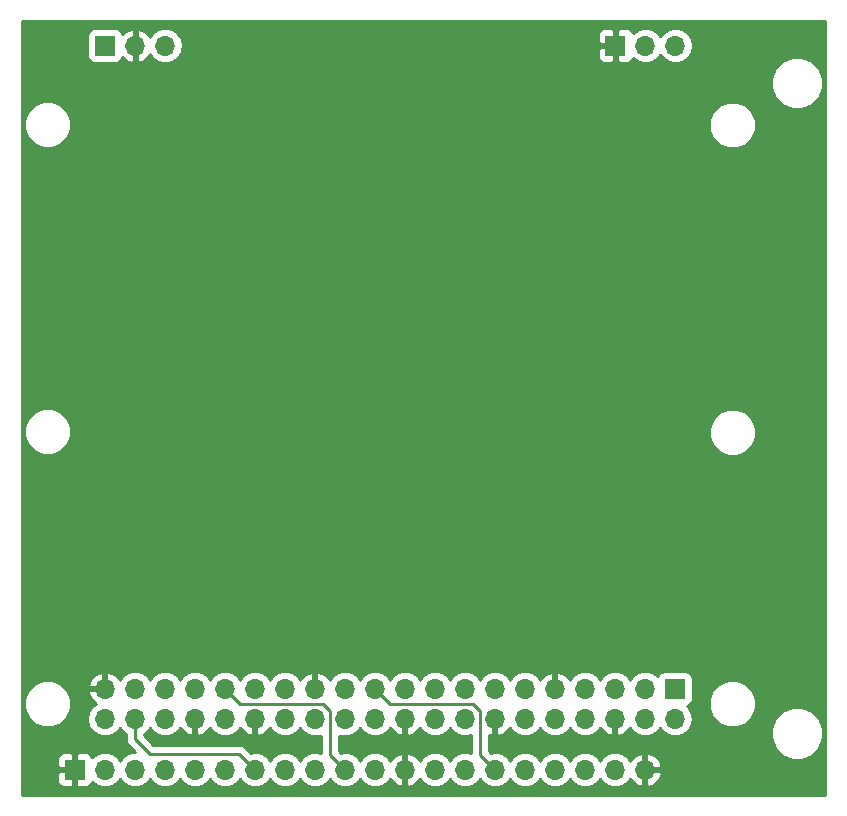
<source format=gtl>
G04 #@! TF.GenerationSoftware,KiCad,Pcbnew,(5.0.2)-1*
G04 #@! TF.CreationDate,2019-03-17T11:04:46+01:00*
G04 #@! TF.ProjectId,iC880A_Adapter_V1.1,69433838-3041-45f4-9164-61707465725f,rev?*
G04 #@! TF.SameCoordinates,Original*
G04 #@! TF.FileFunction,Copper,L1,Top*
G04 #@! TF.FilePolarity,Positive*
%FSLAX46Y46*%
G04 Gerber Fmt 4.6, Leading zero omitted, Abs format (unit mm)*
G04 Created by KiCad (PCBNEW (5.0.2)-1) date 17.03.2019 11:04:46*
%MOMM*%
%LPD*%
G01*
G04 APERTURE LIST*
G04 #@! TA.AperFunction,ComponentPad*
%ADD10R,1.700000X1.700000*%
G04 #@! TD*
G04 #@! TA.AperFunction,ComponentPad*
%ADD11O,1.700000X1.700000*%
G04 #@! TD*
G04 #@! TA.AperFunction,Conductor*
%ADD12C,0.250000*%
G04 #@! TD*
G04 #@! TA.AperFunction,Conductor*
%ADD13C,0.254000*%
G04 #@! TD*
G04 APERTURE END LIST*
D10*
G04 #@! TO.P,J1,1*
G04 #@! TO.N,N/C*
X132567920Y-184928680D03*
D11*
G04 #@! TO.P,J1,2*
G04 #@! TO.N,+5V*
X132567920Y-187468680D03*
G04 #@! TO.P,J1,3*
G04 #@! TO.N,N/C*
X130027920Y-184928680D03*
G04 #@! TO.P,J1,4*
G04 #@! TO.N,+5V*
X130027920Y-187468680D03*
G04 #@! TO.P,J1,5*
G04 #@! TO.N,N/C*
X127487920Y-184928680D03*
G04 #@! TO.P,J1,6*
G04 #@! TO.N,GND*
X127487920Y-187468680D03*
G04 #@! TO.P,J1,7*
G04 #@! TO.N,N/C*
X124947920Y-184928680D03*
G04 #@! TO.P,J1,8*
X124947920Y-187468680D03*
G04 #@! TO.P,J1,9*
G04 #@! TO.N,GND*
X122407920Y-184928680D03*
G04 #@! TO.P,J1,10*
G04 #@! TO.N,N/C*
X122407920Y-187468680D03*
G04 #@! TO.P,J1,11*
X119867920Y-184928680D03*
G04 #@! TO.P,J1,12*
X119867920Y-187468680D03*
G04 #@! TO.P,J1,13*
X117327920Y-184928680D03*
G04 #@! TO.P,J1,14*
G04 #@! TO.N,GND*
X117327920Y-187468680D03*
G04 #@! TO.P,J1,15*
G04 #@! TO.N,N/C*
X114787920Y-184928680D03*
G04 #@! TO.P,J1,16*
X114787920Y-187468680D03*
G04 #@! TO.P,J1,17*
X112247920Y-184928680D03*
G04 #@! TO.P,J1,18*
X112247920Y-187468680D03*
G04 #@! TO.P,J1,19*
G04 #@! TO.N,GPIO10_SPI0_MOSI*
X109707920Y-184928680D03*
G04 #@! TO.P,J1,20*
G04 #@! TO.N,GND*
X109707920Y-187468680D03*
G04 #@! TO.P,J1,21*
G04 #@! TO.N,GPIO9_SPI0_MISO*
X107167920Y-184928680D03*
G04 #@! TO.P,J1,22*
G04 #@! TO.N,GPIO25*
X107167920Y-187468680D03*
G04 #@! TO.P,J1,23*
G04 #@! TO.N,GPIO11_SPI0_SCLK*
X104627920Y-184928680D03*
G04 #@! TO.P,J1,24*
G04 #@! TO.N,GPIO8_SPI0_CS0*
X104627920Y-187468680D03*
G04 #@! TO.P,J1,25*
G04 #@! TO.N,GND*
X102087920Y-184928680D03*
G04 #@! TO.P,J1,26*
G04 #@! TO.N,N/C*
X102087920Y-187468680D03*
G04 #@! TO.P,J1,27*
X99547920Y-184928680D03*
G04 #@! TO.P,J1,28*
X99547920Y-187468680D03*
G04 #@! TO.P,J1,29*
G04 #@! TO.N,GPIO5*
X97007920Y-184928680D03*
G04 #@! TO.P,J1,30*
G04 #@! TO.N,GND*
X97007920Y-187468680D03*
G04 #@! TO.P,J1,31*
G04 #@! TO.N,GPIO6*
X94467920Y-184928680D03*
G04 #@! TO.P,J1,32*
G04 #@! TO.N,GPIO12*
X94467920Y-187468680D03*
G04 #@! TO.P,J1,33*
G04 #@! TO.N,N/C*
X91927920Y-184928680D03*
G04 #@! TO.P,J1,34*
G04 #@! TO.N,GND*
X91927920Y-187468680D03*
G04 #@! TO.P,J1,35*
G04 #@! TO.N,N/C*
X89387920Y-184928680D03*
G04 #@! TO.P,J1,36*
G04 #@! TO.N,GPIO16*
X89387920Y-187468680D03*
G04 #@! TO.P,J1,37*
G04 #@! TO.N,N/C*
X86847920Y-184928680D03*
G04 #@! TO.P,J1,38*
G04 #@! TO.N,GPIO20*
X86847920Y-187468680D03*
G04 #@! TO.P,J1,39*
G04 #@! TO.N,GND*
X84307920Y-184928680D03*
G04 #@! TO.P,J1,40*
G04 #@! TO.N,N/C*
X84307920Y-187468680D03*
G04 #@! TD*
G04 #@! TO.P,J2,20*
G04 #@! TO.N,GND*
X130027920Y-191786680D03*
G04 #@! TO.P,J2,19*
G04 #@! TO.N,N/C*
X127487920Y-191786680D03*
G04 #@! TO.P,J2,18*
X124947920Y-191786680D03*
G04 #@! TO.P,J2,17*
G04 #@! TO.N,GPIO8_SPI0_CS0*
X122407920Y-191786680D03*
G04 #@! TO.P,J2,16*
G04 #@! TO.N,GPIO10_SPI0_MOSI*
X119867920Y-191786680D03*
G04 #@! TO.P,J2,15*
G04 #@! TO.N,GPIO9_SPI0_MISO*
X117327920Y-191786680D03*
G04 #@! TO.P,J2,14*
G04 #@! TO.N,GPIO11_SPI0_SCLK*
X114787920Y-191786680D03*
G04 #@! TO.P,J2,13*
G04 #@! TO.N,GPIO25*
X112247920Y-191786680D03*
G04 #@! TO.P,J2,12*
G04 #@! TO.N,GND*
X109707920Y-191786680D03*
G04 #@! TO.P,J2,11*
G04 #@! TO.N,GPIO5*
X107167920Y-191786680D03*
G04 #@! TO.P,J2,10*
G04 #@! TO.N,GPIO6*
X104627920Y-191786680D03*
G04 #@! TO.P,J2,9*
G04 #@! TO.N,GPIO12*
X102087920Y-191786680D03*
G04 #@! TO.P,J2,8*
G04 #@! TO.N,GPIO16*
X99547920Y-191786680D03*
G04 #@! TO.P,J2,7*
G04 #@! TO.N,GPIO20*
X97007920Y-191786680D03*
G04 #@! TO.P,J2,6*
G04 #@! TO.N,N/C*
X94467920Y-191786680D03*
G04 #@! TO.P,J2,5*
X91927920Y-191786680D03*
G04 #@! TO.P,J2,4*
X89387920Y-191786680D03*
G04 #@! TO.P,J2,3*
X86847920Y-191786680D03*
G04 #@! TO.P,J2,2*
X84307920Y-191786680D03*
D10*
G04 #@! TO.P,J2,1*
G04 #@! TO.N,GND*
X81767920Y-191786680D03*
G04 #@! TD*
G04 #@! TO.P,J3,1*
G04 #@! TO.N,+5V*
X84320400Y-130463600D03*
D11*
G04 #@! TO.P,J3,2*
G04 #@! TO.N,GND*
X86860400Y-130463600D03*
G04 #@! TO.P,J3,3*
G04 #@! TO.N,N/C*
X89400400Y-130463600D03*
G04 #@! TD*
G04 #@! TO.P,J4,3*
G04 #@! TO.N,N/C*
X132614000Y-130461000D03*
G04 #@! TO.P,J4,2*
X130074000Y-130461000D03*
D10*
G04 #@! TO.P,J4,1*
G04 #@! TO.N,GND*
X127534000Y-130461000D03*
G04 #@! TD*
D12*
G04 #@! TO.N,GPIO6*
X95745680Y-186206440D02*
X94467920Y-184928680D01*
X102791280Y-186206440D02*
X95745680Y-186206440D01*
X103365320Y-186780480D02*
X102791280Y-186206440D01*
X104627920Y-191786680D02*
X103365320Y-190524080D01*
X103365320Y-190524080D02*
X103365320Y-186780480D01*
G04 #@! TO.N,GPIO20*
X86847920Y-189175920D02*
X88105000Y-190433000D01*
X86847920Y-187524920D02*
X86847920Y-189175920D01*
X88105000Y-190433000D02*
X95654240Y-190433000D01*
X95654240Y-190433000D02*
X97007920Y-191786680D01*
G04 #@! TO.N,GPIO9_SPI0_MISO*
X108466000Y-186206440D02*
X107188240Y-184928680D01*
X115511600Y-186206440D02*
X108466000Y-186206440D01*
X116085640Y-186780480D02*
X115511600Y-186206440D01*
X116085640Y-190524440D02*
X116085640Y-186780480D01*
X117347880Y-191786680D02*
X116085640Y-190524440D01*
G04 #@! TD*
D13*
G04 #@! TO.N,GND*
G36*
X145294920Y-193921680D02*
X77264920Y-193921680D01*
X77264920Y-192072430D01*
X80282920Y-192072430D01*
X80282920Y-192762989D01*
X80379593Y-192996378D01*
X80558221Y-193175007D01*
X80791610Y-193271680D01*
X81482170Y-193271680D01*
X81640920Y-193112930D01*
X81640920Y-191913680D01*
X80441670Y-191913680D01*
X80282920Y-192072430D01*
X77264920Y-192072430D01*
X77264920Y-190810371D01*
X80282920Y-190810371D01*
X80282920Y-191500930D01*
X80441670Y-191659680D01*
X81640920Y-191659680D01*
X81640920Y-190460430D01*
X81894920Y-190460430D01*
X81894920Y-191659680D01*
X81914920Y-191659680D01*
X81914920Y-191913680D01*
X81894920Y-191913680D01*
X81894920Y-193112930D01*
X82053670Y-193271680D01*
X82744230Y-193271680D01*
X82977619Y-193175007D01*
X83156247Y-192996378D01*
X83222824Y-192835647D01*
X83237295Y-192857305D01*
X83728502Y-193185519D01*
X84161664Y-193271680D01*
X84454176Y-193271680D01*
X84887338Y-193185519D01*
X85378545Y-192857305D01*
X85577920Y-192558919D01*
X85777295Y-192857305D01*
X86268502Y-193185519D01*
X86701664Y-193271680D01*
X86994176Y-193271680D01*
X87427338Y-193185519D01*
X87918545Y-192857305D01*
X88117920Y-192558919D01*
X88317295Y-192857305D01*
X88808502Y-193185519D01*
X89241664Y-193271680D01*
X89534176Y-193271680D01*
X89967338Y-193185519D01*
X90458545Y-192857305D01*
X90657920Y-192558919D01*
X90857295Y-192857305D01*
X91348502Y-193185519D01*
X91781664Y-193271680D01*
X92074176Y-193271680D01*
X92507338Y-193185519D01*
X92998545Y-192857305D01*
X93197920Y-192558919D01*
X93397295Y-192857305D01*
X93888502Y-193185519D01*
X94321664Y-193271680D01*
X94614176Y-193271680D01*
X95047338Y-193185519D01*
X95538545Y-192857305D01*
X95737920Y-192558919D01*
X95937295Y-192857305D01*
X96428502Y-193185519D01*
X96861664Y-193271680D01*
X97154176Y-193271680D01*
X97587338Y-193185519D01*
X98078545Y-192857305D01*
X98277920Y-192558919D01*
X98477295Y-192857305D01*
X98968502Y-193185519D01*
X99401664Y-193271680D01*
X99694176Y-193271680D01*
X100127338Y-193185519D01*
X100618545Y-192857305D01*
X100817920Y-192558919D01*
X101017295Y-192857305D01*
X101508502Y-193185519D01*
X101941664Y-193271680D01*
X102234176Y-193271680D01*
X102667338Y-193185519D01*
X103158545Y-192857305D01*
X103357920Y-192558919D01*
X103557295Y-192857305D01*
X104048502Y-193185519D01*
X104481664Y-193271680D01*
X104774176Y-193271680D01*
X105207338Y-193185519D01*
X105698545Y-192857305D01*
X105897920Y-192558919D01*
X106097295Y-192857305D01*
X106588502Y-193185519D01*
X107021664Y-193271680D01*
X107314176Y-193271680D01*
X107747338Y-193185519D01*
X108238545Y-192857305D01*
X108451763Y-192538202D01*
X108512737Y-192668038D01*
X108940996Y-193058325D01*
X109351030Y-193228156D01*
X109580920Y-193106835D01*
X109580920Y-191913680D01*
X109560920Y-191913680D01*
X109560920Y-191659680D01*
X109580920Y-191659680D01*
X109580920Y-190466525D01*
X109351030Y-190345204D01*
X108940996Y-190515035D01*
X108512737Y-190905322D01*
X108451763Y-191035158D01*
X108238545Y-190716055D01*
X107747338Y-190387841D01*
X107314176Y-190301680D01*
X107021664Y-190301680D01*
X106588502Y-190387841D01*
X106097295Y-190716055D01*
X105897920Y-191014441D01*
X105698545Y-190716055D01*
X105207338Y-190387841D01*
X104774176Y-190301680D01*
X104481664Y-190301680D01*
X104261512Y-190345471D01*
X104125320Y-190209279D01*
X104125320Y-188882799D01*
X104481664Y-188953680D01*
X104774176Y-188953680D01*
X105207338Y-188867519D01*
X105698545Y-188539305D01*
X105897920Y-188240919D01*
X106097295Y-188539305D01*
X106588502Y-188867519D01*
X107021664Y-188953680D01*
X107314176Y-188953680D01*
X107747338Y-188867519D01*
X108238545Y-188539305D01*
X108451763Y-188220202D01*
X108512737Y-188350038D01*
X108940996Y-188740325D01*
X109351030Y-188910156D01*
X109580920Y-188788835D01*
X109580920Y-187595680D01*
X109560920Y-187595680D01*
X109560920Y-187341680D01*
X109580920Y-187341680D01*
X109580920Y-187321680D01*
X109834920Y-187321680D01*
X109834920Y-187341680D01*
X109854920Y-187341680D01*
X109854920Y-187595680D01*
X109834920Y-187595680D01*
X109834920Y-188788835D01*
X110064810Y-188910156D01*
X110474844Y-188740325D01*
X110903103Y-188350038D01*
X110964077Y-188220202D01*
X111177295Y-188539305D01*
X111668502Y-188867519D01*
X112101664Y-188953680D01*
X112394176Y-188953680D01*
X112827338Y-188867519D01*
X113318545Y-188539305D01*
X113517920Y-188240919D01*
X113717295Y-188539305D01*
X114208502Y-188867519D01*
X114641664Y-188953680D01*
X114934176Y-188953680D01*
X115325640Y-188875813D01*
X115325640Y-190379547D01*
X114934176Y-190301680D01*
X114641664Y-190301680D01*
X114208502Y-190387841D01*
X113717295Y-190716055D01*
X113517920Y-191014441D01*
X113318545Y-190716055D01*
X112827338Y-190387841D01*
X112394176Y-190301680D01*
X112101664Y-190301680D01*
X111668502Y-190387841D01*
X111177295Y-190716055D01*
X110964077Y-191035158D01*
X110903103Y-190905322D01*
X110474844Y-190515035D01*
X110064810Y-190345204D01*
X109834920Y-190466525D01*
X109834920Y-191659680D01*
X109854920Y-191659680D01*
X109854920Y-191913680D01*
X109834920Y-191913680D01*
X109834920Y-193106835D01*
X110064810Y-193228156D01*
X110474844Y-193058325D01*
X110903103Y-192668038D01*
X110964077Y-192538202D01*
X111177295Y-192857305D01*
X111668502Y-193185519D01*
X112101664Y-193271680D01*
X112394176Y-193271680D01*
X112827338Y-193185519D01*
X113318545Y-192857305D01*
X113517920Y-192558919D01*
X113717295Y-192857305D01*
X114208502Y-193185519D01*
X114641664Y-193271680D01*
X114934176Y-193271680D01*
X115367338Y-193185519D01*
X115858545Y-192857305D01*
X116057920Y-192558919D01*
X116257295Y-192857305D01*
X116748502Y-193185519D01*
X117181664Y-193271680D01*
X117474176Y-193271680D01*
X117907338Y-193185519D01*
X118398545Y-192857305D01*
X118597920Y-192558919D01*
X118797295Y-192857305D01*
X119288502Y-193185519D01*
X119721664Y-193271680D01*
X120014176Y-193271680D01*
X120447338Y-193185519D01*
X120938545Y-192857305D01*
X121137920Y-192558919D01*
X121337295Y-192857305D01*
X121828502Y-193185519D01*
X122261664Y-193271680D01*
X122554176Y-193271680D01*
X122987338Y-193185519D01*
X123478545Y-192857305D01*
X123677920Y-192558919D01*
X123877295Y-192857305D01*
X124368502Y-193185519D01*
X124801664Y-193271680D01*
X125094176Y-193271680D01*
X125527338Y-193185519D01*
X126018545Y-192857305D01*
X126217920Y-192558919D01*
X126417295Y-192857305D01*
X126908502Y-193185519D01*
X127341664Y-193271680D01*
X127634176Y-193271680D01*
X128067338Y-193185519D01*
X128558545Y-192857305D01*
X128771763Y-192538202D01*
X128832737Y-192668038D01*
X129260996Y-193058325D01*
X129671030Y-193228156D01*
X129900920Y-193106835D01*
X129900920Y-191913680D01*
X130154920Y-191913680D01*
X130154920Y-193106835D01*
X130384810Y-193228156D01*
X130794844Y-193058325D01*
X131223103Y-192668038D01*
X131469406Y-192143572D01*
X131348739Y-191913680D01*
X130154920Y-191913680D01*
X129900920Y-191913680D01*
X129880920Y-191913680D01*
X129880920Y-191659680D01*
X129900920Y-191659680D01*
X129900920Y-190466525D01*
X130154920Y-190466525D01*
X130154920Y-191659680D01*
X131348739Y-191659680D01*
X131469406Y-191429788D01*
X131223103Y-190905322D01*
X130794844Y-190515035D01*
X130384810Y-190345204D01*
X130154920Y-190466525D01*
X129900920Y-190466525D01*
X129671030Y-190345204D01*
X129260996Y-190515035D01*
X128832737Y-190905322D01*
X128771763Y-191035158D01*
X128558545Y-190716055D01*
X128067338Y-190387841D01*
X127634176Y-190301680D01*
X127341664Y-190301680D01*
X126908502Y-190387841D01*
X126417295Y-190716055D01*
X126217920Y-191014441D01*
X126018545Y-190716055D01*
X125527338Y-190387841D01*
X125094176Y-190301680D01*
X124801664Y-190301680D01*
X124368502Y-190387841D01*
X123877295Y-190716055D01*
X123677920Y-191014441D01*
X123478545Y-190716055D01*
X122987338Y-190387841D01*
X122554176Y-190301680D01*
X122261664Y-190301680D01*
X121828502Y-190387841D01*
X121337295Y-190716055D01*
X121137920Y-191014441D01*
X120938545Y-190716055D01*
X120447338Y-190387841D01*
X120014176Y-190301680D01*
X119721664Y-190301680D01*
X119288502Y-190387841D01*
X118797295Y-190716055D01*
X118597920Y-191014441D01*
X118398545Y-190716055D01*
X117907338Y-190387841D01*
X117474176Y-190301680D01*
X117181664Y-190301680D01*
X116978161Y-190342159D01*
X116845640Y-190209639D01*
X116845640Y-188858221D01*
X116971030Y-188910156D01*
X117200920Y-188788835D01*
X117200920Y-187595680D01*
X117180920Y-187595680D01*
X117180920Y-187341680D01*
X117200920Y-187341680D01*
X117200920Y-187321680D01*
X117454920Y-187321680D01*
X117454920Y-187341680D01*
X117474920Y-187341680D01*
X117474920Y-187595680D01*
X117454920Y-187595680D01*
X117454920Y-188788835D01*
X117684810Y-188910156D01*
X118094844Y-188740325D01*
X118523103Y-188350038D01*
X118584077Y-188220202D01*
X118797295Y-188539305D01*
X119288502Y-188867519D01*
X119721664Y-188953680D01*
X120014176Y-188953680D01*
X120447338Y-188867519D01*
X120938545Y-188539305D01*
X121137920Y-188240919D01*
X121337295Y-188539305D01*
X121828502Y-188867519D01*
X122261664Y-188953680D01*
X122554176Y-188953680D01*
X122987338Y-188867519D01*
X123478545Y-188539305D01*
X123677920Y-188240919D01*
X123877295Y-188539305D01*
X124368502Y-188867519D01*
X124801664Y-188953680D01*
X125094176Y-188953680D01*
X125527338Y-188867519D01*
X126018545Y-188539305D01*
X126231763Y-188220202D01*
X126292737Y-188350038D01*
X126720996Y-188740325D01*
X127131030Y-188910156D01*
X127360920Y-188788835D01*
X127360920Y-187595680D01*
X127340920Y-187595680D01*
X127340920Y-187341680D01*
X127360920Y-187341680D01*
X127360920Y-187321680D01*
X127614920Y-187321680D01*
X127614920Y-187341680D01*
X127634920Y-187341680D01*
X127634920Y-187595680D01*
X127614920Y-187595680D01*
X127614920Y-188788835D01*
X127844810Y-188910156D01*
X128254844Y-188740325D01*
X128683103Y-188350038D01*
X128744077Y-188220202D01*
X128957295Y-188539305D01*
X129448502Y-188867519D01*
X129881664Y-188953680D01*
X130174176Y-188953680D01*
X130607338Y-188867519D01*
X131098545Y-188539305D01*
X131297920Y-188240919D01*
X131497295Y-188539305D01*
X131988502Y-188867519D01*
X132421664Y-188953680D01*
X132714176Y-188953680D01*
X133147338Y-188867519D01*
X133638545Y-188539305D01*
X133840918Y-188236431D01*
X140679000Y-188236431D01*
X140679000Y-189125569D01*
X141019259Y-189947026D01*
X141647974Y-190575741D01*
X142469431Y-190916000D01*
X143358569Y-190916000D01*
X144180026Y-190575741D01*
X144808741Y-189947026D01*
X145149000Y-189125569D01*
X145149000Y-188236431D01*
X144808741Y-187414974D01*
X144180026Y-186786259D01*
X143358569Y-186446000D01*
X142469431Y-186446000D01*
X141647974Y-186786259D01*
X141019259Y-187414974D01*
X140679000Y-188236431D01*
X133840918Y-188236431D01*
X133966759Y-188048098D01*
X134082012Y-187468680D01*
X133966759Y-186889262D01*
X133638545Y-186398055D01*
X133620301Y-186385864D01*
X133665685Y-186376837D01*
X133875729Y-186236489D01*
X134016077Y-186026445D01*
X134061883Y-185796159D01*
X135449000Y-185796159D01*
X135449000Y-186585841D01*
X135751199Y-187315412D01*
X136309588Y-187873801D01*
X137039159Y-188176000D01*
X137828841Y-188176000D01*
X138558412Y-187873801D01*
X139116801Y-187315412D01*
X139419000Y-186585841D01*
X139419000Y-185796159D01*
X139116801Y-185066588D01*
X138558412Y-184508199D01*
X137828841Y-184206000D01*
X137039159Y-184206000D01*
X136309588Y-184508199D01*
X135751199Y-185066588D01*
X135449000Y-185796159D01*
X134061883Y-185796159D01*
X134065360Y-185778680D01*
X134065360Y-184078680D01*
X134016077Y-183830915D01*
X133875729Y-183620871D01*
X133665685Y-183480523D01*
X133417920Y-183431240D01*
X131717920Y-183431240D01*
X131470155Y-183480523D01*
X131260111Y-183620871D01*
X131119763Y-183830915D01*
X131110736Y-183876299D01*
X131098545Y-183858055D01*
X130607338Y-183529841D01*
X130174176Y-183443680D01*
X129881664Y-183443680D01*
X129448502Y-183529841D01*
X128957295Y-183858055D01*
X128757920Y-184156441D01*
X128558545Y-183858055D01*
X128067338Y-183529841D01*
X127634176Y-183443680D01*
X127341664Y-183443680D01*
X126908502Y-183529841D01*
X126417295Y-183858055D01*
X126217920Y-184156441D01*
X126018545Y-183858055D01*
X125527338Y-183529841D01*
X125094176Y-183443680D01*
X124801664Y-183443680D01*
X124368502Y-183529841D01*
X123877295Y-183858055D01*
X123664077Y-184177158D01*
X123603103Y-184047322D01*
X123174844Y-183657035D01*
X122764810Y-183487204D01*
X122534920Y-183608525D01*
X122534920Y-184801680D01*
X122554920Y-184801680D01*
X122554920Y-185055680D01*
X122534920Y-185055680D01*
X122534920Y-185075680D01*
X122280920Y-185075680D01*
X122280920Y-185055680D01*
X122260920Y-185055680D01*
X122260920Y-184801680D01*
X122280920Y-184801680D01*
X122280920Y-183608525D01*
X122051030Y-183487204D01*
X121640996Y-183657035D01*
X121212737Y-184047322D01*
X121151763Y-184177158D01*
X120938545Y-183858055D01*
X120447338Y-183529841D01*
X120014176Y-183443680D01*
X119721664Y-183443680D01*
X119288502Y-183529841D01*
X118797295Y-183858055D01*
X118597920Y-184156441D01*
X118398545Y-183858055D01*
X117907338Y-183529841D01*
X117474176Y-183443680D01*
X117181664Y-183443680D01*
X116748502Y-183529841D01*
X116257295Y-183858055D01*
X116057920Y-184156441D01*
X115858545Y-183858055D01*
X115367338Y-183529841D01*
X114934176Y-183443680D01*
X114641664Y-183443680D01*
X114208502Y-183529841D01*
X113717295Y-183858055D01*
X113517920Y-184156441D01*
X113318545Y-183858055D01*
X112827338Y-183529841D01*
X112394176Y-183443680D01*
X112101664Y-183443680D01*
X111668502Y-183529841D01*
X111177295Y-183858055D01*
X110977920Y-184156441D01*
X110778545Y-183858055D01*
X110287338Y-183529841D01*
X109854176Y-183443680D01*
X109561664Y-183443680D01*
X109128502Y-183529841D01*
X108637295Y-183858055D01*
X108437920Y-184156441D01*
X108238545Y-183858055D01*
X107747338Y-183529841D01*
X107314176Y-183443680D01*
X107021664Y-183443680D01*
X106588502Y-183529841D01*
X106097295Y-183858055D01*
X105897920Y-184156441D01*
X105698545Y-183858055D01*
X105207338Y-183529841D01*
X104774176Y-183443680D01*
X104481664Y-183443680D01*
X104048502Y-183529841D01*
X103557295Y-183858055D01*
X103344077Y-184177158D01*
X103283103Y-184047322D01*
X102854844Y-183657035D01*
X102444810Y-183487204D01*
X102214920Y-183608525D01*
X102214920Y-184801680D01*
X102234920Y-184801680D01*
X102234920Y-185055680D01*
X102214920Y-185055680D01*
X102214920Y-185075680D01*
X101960920Y-185075680D01*
X101960920Y-185055680D01*
X101940920Y-185055680D01*
X101940920Y-184801680D01*
X101960920Y-184801680D01*
X101960920Y-183608525D01*
X101731030Y-183487204D01*
X101320996Y-183657035D01*
X100892737Y-184047322D01*
X100831763Y-184177158D01*
X100618545Y-183858055D01*
X100127338Y-183529841D01*
X99694176Y-183443680D01*
X99401664Y-183443680D01*
X98968502Y-183529841D01*
X98477295Y-183858055D01*
X98277920Y-184156441D01*
X98078545Y-183858055D01*
X97587338Y-183529841D01*
X97154176Y-183443680D01*
X96861664Y-183443680D01*
X96428502Y-183529841D01*
X95937295Y-183858055D01*
X95737920Y-184156441D01*
X95538545Y-183858055D01*
X95047338Y-183529841D01*
X94614176Y-183443680D01*
X94321664Y-183443680D01*
X93888502Y-183529841D01*
X93397295Y-183858055D01*
X93197920Y-184156441D01*
X92998545Y-183858055D01*
X92507338Y-183529841D01*
X92074176Y-183443680D01*
X91781664Y-183443680D01*
X91348502Y-183529841D01*
X90857295Y-183858055D01*
X90657920Y-184156441D01*
X90458545Y-183858055D01*
X89967338Y-183529841D01*
X89534176Y-183443680D01*
X89241664Y-183443680D01*
X88808502Y-183529841D01*
X88317295Y-183858055D01*
X88117920Y-184156441D01*
X87918545Y-183858055D01*
X87427338Y-183529841D01*
X86994176Y-183443680D01*
X86701664Y-183443680D01*
X86268502Y-183529841D01*
X85777295Y-183858055D01*
X85564077Y-184177158D01*
X85503103Y-184047322D01*
X85074844Y-183657035D01*
X84664810Y-183487204D01*
X84434920Y-183608525D01*
X84434920Y-184801680D01*
X84454920Y-184801680D01*
X84454920Y-185055680D01*
X84434920Y-185055680D01*
X84434920Y-185075680D01*
X84180920Y-185075680D01*
X84180920Y-185055680D01*
X82987101Y-185055680D01*
X82866434Y-185285572D01*
X83112737Y-185810038D01*
X83537706Y-186197327D01*
X83237295Y-186398055D01*
X82909081Y-186889262D01*
X82793828Y-187468680D01*
X82909081Y-188048098D01*
X83237295Y-188539305D01*
X83728502Y-188867519D01*
X84161664Y-188953680D01*
X84454176Y-188953680D01*
X84887338Y-188867519D01*
X85378545Y-188539305D01*
X85577920Y-188240919D01*
X85777295Y-188539305D01*
X86087921Y-188746858D01*
X86087921Y-189101069D01*
X86073032Y-189175920D01*
X86087921Y-189250772D01*
X86132017Y-189472457D01*
X86299992Y-189723849D01*
X86363448Y-189766249D01*
X86898879Y-190301680D01*
X86701664Y-190301680D01*
X86268502Y-190387841D01*
X85777295Y-190716055D01*
X85577920Y-191014441D01*
X85378545Y-190716055D01*
X84887338Y-190387841D01*
X84454176Y-190301680D01*
X84161664Y-190301680D01*
X83728502Y-190387841D01*
X83237295Y-190716055D01*
X83222824Y-190737713D01*
X83156247Y-190576982D01*
X82977619Y-190398353D01*
X82744230Y-190301680D01*
X82053670Y-190301680D01*
X81894920Y-190460430D01*
X81640920Y-190460430D01*
X81482170Y-190301680D01*
X80791610Y-190301680D01*
X80558221Y-190398353D01*
X80379593Y-190576982D01*
X80282920Y-190810371D01*
X77264920Y-190810371D01*
X77264920Y-185796159D01*
X77465000Y-185796159D01*
X77465000Y-186585841D01*
X77767199Y-187315412D01*
X78325588Y-187873801D01*
X79055159Y-188176000D01*
X79844841Y-188176000D01*
X80574412Y-187873801D01*
X81132801Y-187315412D01*
X81435000Y-186585841D01*
X81435000Y-185796159D01*
X81132801Y-185066588D01*
X80638001Y-184571788D01*
X82866434Y-184571788D01*
X82987101Y-184801680D01*
X84180920Y-184801680D01*
X84180920Y-183608525D01*
X83951030Y-183487204D01*
X83540996Y-183657035D01*
X83112737Y-184047322D01*
X82866434Y-184571788D01*
X80638001Y-184571788D01*
X80574412Y-184508199D01*
X79844841Y-184206000D01*
X79055159Y-184206000D01*
X78325588Y-184508199D01*
X77767199Y-185066588D01*
X77465000Y-185796159D01*
X77264920Y-185796159D01*
X77264920Y-162755159D01*
X77465000Y-162755159D01*
X77465000Y-163544841D01*
X77767199Y-164274412D01*
X78325588Y-164832801D01*
X79055159Y-165135000D01*
X79844841Y-165135000D01*
X80574412Y-164832801D01*
X81132801Y-164274412D01*
X81435000Y-163544841D01*
X81435000Y-162806159D01*
X135469000Y-162806159D01*
X135469000Y-163595841D01*
X135771199Y-164325412D01*
X136329588Y-164883801D01*
X137059159Y-165186000D01*
X137848841Y-165186000D01*
X138578412Y-164883801D01*
X139136801Y-164325412D01*
X139439000Y-163595841D01*
X139439000Y-162806159D01*
X139136801Y-162076588D01*
X138578412Y-161518199D01*
X137848841Y-161216000D01*
X137059159Y-161216000D01*
X136329588Y-161518199D01*
X135771199Y-162076588D01*
X135469000Y-162806159D01*
X81435000Y-162806159D01*
X81435000Y-162755159D01*
X81132801Y-162025588D01*
X80574412Y-161467199D01*
X79844841Y-161165000D01*
X79055159Y-161165000D01*
X78325588Y-161467199D01*
X77767199Y-162025588D01*
X77465000Y-162755159D01*
X77264920Y-162755159D01*
X77264920Y-136748959D01*
X77465000Y-136748959D01*
X77465000Y-137538641D01*
X77767199Y-138268212D01*
X78325588Y-138826601D01*
X79055159Y-139128800D01*
X79844841Y-139128800D01*
X80574412Y-138826601D01*
X81132801Y-138268212D01*
X81435000Y-137538641D01*
X81435000Y-136796159D01*
X135449000Y-136796159D01*
X135449000Y-137585841D01*
X135751199Y-138315412D01*
X136309588Y-138873801D01*
X137039159Y-139176000D01*
X137828841Y-139176000D01*
X138558412Y-138873801D01*
X139116801Y-138315412D01*
X139419000Y-137585841D01*
X139419000Y-136796159D01*
X139116801Y-136066588D01*
X138558412Y-135508199D01*
X137828841Y-135206000D01*
X137039159Y-135206000D01*
X136309588Y-135508199D01*
X135751199Y-136066588D01*
X135449000Y-136796159D01*
X81435000Y-136796159D01*
X81435000Y-136748959D01*
X81132801Y-136019388D01*
X80574412Y-135460999D01*
X79844841Y-135158800D01*
X79055159Y-135158800D01*
X78325588Y-135460999D01*
X77767199Y-136019388D01*
X77465000Y-136748959D01*
X77264920Y-136748959D01*
X77264920Y-133196431D01*
X140669000Y-133196431D01*
X140669000Y-134085569D01*
X141009259Y-134907026D01*
X141637974Y-135535741D01*
X142459431Y-135876000D01*
X143348569Y-135876000D01*
X144170026Y-135535741D01*
X144798741Y-134907026D01*
X145139000Y-134085569D01*
X145139000Y-133196431D01*
X144798741Y-132374974D01*
X144170026Y-131746259D01*
X143348569Y-131406000D01*
X142459431Y-131406000D01*
X141637974Y-131746259D01*
X141009259Y-132374974D01*
X140669000Y-133196431D01*
X77264920Y-133196431D01*
X77264920Y-129613600D01*
X82822960Y-129613600D01*
X82822960Y-131313600D01*
X82872243Y-131561365D01*
X83012591Y-131771409D01*
X83222635Y-131911757D01*
X83470400Y-131961040D01*
X85170400Y-131961040D01*
X85418165Y-131911757D01*
X85628209Y-131771409D01*
X85768557Y-131561365D01*
X85789139Y-131457892D01*
X86093476Y-131735245D01*
X86503510Y-131905076D01*
X86733400Y-131783755D01*
X86733400Y-130590600D01*
X86713400Y-130590600D01*
X86713400Y-130336600D01*
X86733400Y-130336600D01*
X86733400Y-129143445D01*
X86987400Y-129143445D01*
X86987400Y-130336600D01*
X87007400Y-130336600D01*
X87007400Y-130590600D01*
X86987400Y-130590600D01*
X86987400Y-131783755D01*
X87217290Y-131905076D01*
X87627324Y-131735245D01*
X88055583Y-131344958D01*
X88116557Y-131215122D01*
X88329775Y-131534225D01*
X88820982Y-131862439D01*
X89254144Y-131948600D01*
X89546656Y-131948600D01*
X89979818Y-131862439D01*
X90471025Y-131534225D01*
X90799239Y-131043018D01*
X90858170Y-130746750D01*
X126049000Y-130746750D01*
X126049000Y-131437309D01*
X126145673Y-131670698D01*
X126324301Y-131849327D01*
X126557690Y-131946000D01*
X127248250Y-131946000D01*
X127407000Y-131787250D01*
X127407000Y-130588000D01*
X126207750Y-130588000D01*
X126049000Y-130746750D01*
X90858170Y-130746750D01*
X90914492Y-130463600D01*
X90799239Y-129884182D01*
X90532308Y-129484691D01*
X126049000Y-129484691D01*
X126049000Y-130175250D01*
X126207750Y-130334000D01*
X127407000Y-130334000D01*
X127407000Y-129134750D01*
X127661000Y-129134750D01*
X127661000Y-130334000D01*
X127681000Y-130334000D01*
X127681000Y-130588000D01*
X127661000Y-130588000D01*
X127661000Y-131787250D01*
X127819750Y-131946000D01*
X128510310Y-131946000D01*
X128743699Y-131849327D01*
X128922327Y-131670698D01*
X128988904Y-131509967D01*
X129003375Y-131531625D01*
X129494582Y-131859839D01*
X129927744Y-131946000D01*
X130220256Y-131946000D01*
X130653418Y-131859839D01*
X131144625Y-131531625D01*
X131344000Y-131233239D01*
X131543375Y-131531625D01*
X132034582Y-131859839D01*
X132467744Y-131946000D01*
X132760256Y-131946000D01*
X133193418Y-131859839D01*
X133684625Y-131531625D01*
X134012839Y-131040418D01*
X134128092Y-130461000D01*
X134012839Y-129881582D01*
X133684625Y-129390375D01*
X133193418Y-129062161D01*
X132760256Y-128976000D01*
X132467744Y-128976000D01*
X132034582Y-129062161D01*
X131543375Y-129390375D01*
X131344000Y-129688761D01*
X131144625Y-129390375D01*
X130653418Y-129062161D01*
X130220256Y-128976000D01*
X129927744Y-128976000D01*
X129494582Y-129062161D01*
X129003375Y-129390375D01*
X128988904Y-129412033D01*
X128922327Y-129251302D01*
X128743699Y-129072673D01*
X128510310Y-128976000D01*
X127819750Y-128976000D01*
X127661000Y-129134750D01*
X127407000Y-129134750D01*
X127248250Y-128976000D01*
X126557690Y-128976000D01*
X126324301Y-129072673D01*
X126145673Y-129251302D01*
X126049000Y-129484691D01*
X90532308Y-129484691D01*
X90471025Y-129392975D01*
X89979818Y-129064761D01*
X89546656Y-128978600D01*
X89254144Y-128978600D01*
X88820982Y-129064761D01*
X88329775Y-129392975D01*
X88116557Y-129712078D01*
X88055583Y-129582242D01*
X87627324Y-129191955D01*
X87217290Y-129022124D01*
X86987400Y-129143445D01*
X86733400Y-129143445D01*
X86503510Y-129022124D01*
X86093476Y-129191955D01*
X85789139Y-129469308D01*
X85768557Y-129365835D01*
X85628209Y-129155791D01*
X85418165Y-129015443D01*
X85170400Y-128966160D01*
X83470400Y-128966160D01*
X83222635Y-129015443D01*
X83012591Y-129155791D01*
X82872243Y-129365835D01*
X82822960Y-129613600D01*
X77264920Y-129613600D01*
X77264920Y-128391680D01*
X145294921Y-128391680D01*
X145294920Y-193921680D01*
X145294920Y-193921680D01*
G37*
X145294920Y-193921680D02*
X77264920Y-193921680D01*
X77264920Y-192072430D01*
X80282920Y-192072430D01*
X80282920Y-192762989D01*
X80379593Y-192996378D01*
X80558221Y-193175007D01*
X80791610Y-193271680D01*
X81482170Y-193271680D01*
X81640920Y-193112930D01*
X81640920Y-191913680D01*
X80441670Y-191913680D01*
X80282920Y-192072430D01*
X77264920Y-192072430D01*
X77264920Y-190810371D01*
X80282920Y-190810371D01*
X80282920Y-191500930D01*
X80441670Y-191659680D01*
X81640920Y-191659680D01*
X81640920Y-190460430D01*
X81894920Y-190460430D01*
X81894920Y-191659680D01*
X81914920Y-191659680D01*
X81914920Y-191913680D01*
X81894920Y-191913680D01*
X81894920Y-193112930D01*
X82053670Y-193271680D01*
X82744230Y-193271680D01*
X82977619Y-193175007D01*
X83156247Y-192996378D01*
X83222824Y-192835647D01*
X83237295Y-192857305D01*
X83728502Y-193185519D01*
X84161664Y-193271680D01*
X84454176Y-193271680D01*
X84887338Y-193185519D01*
X85378545Y-192857305D01*
X85577920Y-192558919D01*
X85777295Y-192857305D01*
X86268502Y-193185519D01*
X86701664Y-193271680D01*
X86994176Y-193271680D01*
X87427338Y-193185519D01*
X87918545Y-192857305D01*
X88117920Y-192558919D01*
X88317295Y-192857305D01*
X88808502Y-193185519D01*
X89241664Y-193271680D01*
X89534176Y-193271680D01*
X89967338Y-193185519D01*
X90458545Y-192857305D01*
X90657920Y-192558919D01*
X90857295Y-192857305D01*
X91348502Y-193185519D01*
X91781664Y-193271680D01*
X92074176Y-193271680D01*
X92507338Y-193185519D01*
X92998545Y-192857305D01*
X93197920Y-192558919D01*
X93397295Y-192857305D01*
X93888502Y-193185519D01*
X94321664Y-193271680D01*
X94614176Y-193271680D01*
X95047338Y-193185519D01*
X95538545Y-192857305D01*
X95737920Y-192558919D01*
X95937295Y-192857305D01*
X96428502Y-193185519D01*
X96861664Y-193271680D01*
X97154176Y-193271680D01*
X97587338Y-193185519D01*
X98078545Y-192857305D01*
X98277920Y-192558919D01*
X98477295Y-192857305D01*
X98968502Y-193185519D01*
X99401664Y-193271680D01*
X99694176Y-193271680D01*
X100127338Y-193185519D01*
X100618545Y-192857305D01*
X100817920Y-192558919D01*
X101017295Y-192857305D01*
X101508502Y-193185519D01*
X101941664Y-193271680D01*
X102234176Y-193271680D01*
X102667338Y-193185519D01*
X103158545Y-192857305D01*
X103357920Y-192558919D01*
X103557295Y-192857305D01*
X104048502Y-193185519D01*
X104481664Y-193271680D01*
X104774176Y-193271680D01*
X105207338Y-193185519D01*
X105698545Y-192857305D01*
X105897920Y-192558919D01*
X106097295Y-192857305D01*
X106588502Y-193185519D01*
X107021664Y-193271680D01*
X107314176Y-193271680D01*
X107747338Y-193185519D01*
X108238545Y-192857305D01*
X108451763Y-192538202D01*
X108512737Y-192668038D01*
X108940996Y-193058325D01*
X109351030Y-193228156D01*
X109580920Y-193106835D01*
X109580920Y-191913680D01*
X109560920Y-191913680D01*
X109560920Y-191659680D01*
X109580920Y-191659680D01*
X109580920Y-190466525D01*
X109351030Y-190345204D01*
X108940996Y-190515035D01*
X108512737Y-190905322D01*
X108451763Y-191035158D01*
X108238545Y-190716055D01*
X107747338Y-190387841D01*
X107314176Y-190301680D01*
X107021664Y-190301680D01*
X106588502Y-190387841D01*
X106097295Y-190716055D01*
X105897920Y-191014441D01*
X105698545Y-190716055D01*
X105207338Y-190387841D01*
X104774176Y-190301680D01*
X104481664Y-190301680D01*
X104261512Y-190345471D01*
X104125320Y-190209279D01*
X104125320Y-188882799D01*
X104481664Y-188953680D01*
X104774176Y-188953680D01*
X105207338Y-188867519D01*
X105698545Y-188539305D01*
X105897920Y-188240919D01*
X106097295Y-188539305D01*
X106588502Y-188867519D01*
X107021664Y-188953680D01*
X107314176Y-188953680D01*
X107747338Y-188867519D01*
X108238545Y-188539305D01*
X108451763Y-188220202D01*
X108512737Y-188350038D01*
X108940996Y-188740325D01*
X109351030Y-188910156D01*
X109580920Y-188788835D01*
X109580920Y-187595680D01*
X109560920Y-187595680D01*
X109560920Y-187341680D01*
X109580920Y-187341680D01*
X109580920Y-187321680D01*
X109834920Y-187321680D01*
X109834920Y-187341680D01*
X109854920Y-187341680D01*
X109854920Y-187595680D01*
X109834920Y-187595680D01*
X109834920Y-188788835D01*
X110064810Y-188910156D01*
X110474844Y-188740325D01*
X110903103Y-188350038D01*
X110964077Y-188220202D01*
X111177295Y-188539305D01*
X111668502Y-188867519D01*
X112101664Y-188953680D01*
X112394176Y-188953680D01*
X112827338Y-188867519D01*
X113318545Y-188539305D01*
X113517920Y-188240919D01*
X113717295Y-188539305D01*
X114208502Y-188867519D01*
X114641664Y-188953680D01*
X114934176Y-188953680D01*
X115325640Y-188875813D01*
X115325640Y-190379547D01*
X114934176Y-190301680D01*
X114641664Y-190301680D01*
X114208502Y-190387841D01*
X113717295Y-190716055D01*
X113517920Y-191014441D01*
X113318545Y-190716055D01*
X112827338Y-190387841D01*
X112394176Y-190301680D01*
X112101664Y-190301680D01*
X111668502Y-190387841D01*
X111177295Y-190716055D01*
X110964077Y-191035158D01*
X110903103Y-190905322D01*
X110474844Y-190515035D01*
X110064810Y-190345204D01*
X109834920Y-190466525D01*
X109834920Y-191659680D01*
X109854920Y-191659680D01*
X109854920Y-191913680D01*
X109834920Y-191913680D01*
X109834920Y-193106835D01*
X110064810Y-193228156D01*
X110474844Y-193058325D01*
X110903103Y-192668038D01*
X110964077Y-192538202D01*
X111177295Y-192857305D01*
X111668502Y-193185519D01*
X112101664Y-193271680D01*
X112394176Y-193271680D01*
X112827338Y-193185519D01*
X113318545Y-192857305D01*
X113517920Y-192558919D01*
X113717295Y-192857305D01*
X114208502Y-193185519D01*
X114641664Y-193271680D01*
X114934176Y-193271680D01*
X115367338Y-193185519D01*
X115858545Y-192857305D01*
X116057920Y-192558919D01*
X116257295Y-192857305D01*
X116748502Y-193185519D01*
X117181664Y-193271680D01*
X117474176Y-193271680D01*
X117907338Y-193185519D01*
X118398545Y-192857305D01*
X118597920Y-192558919D01*
X118797295Y-192857305D01*
X119288502Y-193185519D01*
X119721664Y-193271680D01*
X120014176Y-193271680D01*
X120447338Y-193185519D01*
X120938545Y-192857305D01*
X121137920Y-192558919D01*
X121337295Y-192857305D01*
X121828502Y-193185519D01*
X122261664Y-193271680D01*
X122554176Y-193271680D01*
X122987338Y-193185519D01*
X123478545Y-192857305D01*
X123677920Y-192558919D01*
X123877295Y-192857305D01*
X124368502Y-193185519D01*
X124801664Y-193271680D01*
X125094176Y-193271680D01*
X125527338Y-193185519D01*
X126018545Y-192857305D01*
X126217920Y-192558919D01*
X126417295Y-192857305D01*
X126908502Y-193185519D01*
X127341664Y-193271680D01*
X127634176Y-193271680D01*
X128067338Y-193185519D01*
X128558545Y-192857305D01*
X128771763Y-192538202D01*
X128832737Y-192668038D01*
X129260996Y-193058325D01*
X129671030Y-193228156D01*
X129900920Y-193106835D01*
X129900920Y-191913680D01*
X130154920Y-191913680D01*
X130154920Y-193106835D01*
X130384810Y-193228156D01*
X130794844Y-193058325D01*
X131223103Y-192668038D01*
X131469406Y-192143572D01*
X131348739Y-191913680D01*
X130154920Y-191913680D01*
X129900920Y-191913680D01*
X129880920Y-191913680D01*
X129880920Y-191659680D01*
X129900920Y-191659680D01*
X129900920Y-190466525D01*
X130154920Y-190466525D01*
X130154920Y-191659680D01*
X131348739Y-191659680D01*
X131469406Y-191429788D01*
X131223103Y-190905322D01*
X130794844Y-190515035D01*
X130384810Y-190345204D01*
X130154920Y-190466525D01*
X129900920Y-190466525D01*
X129671030Y-190345204D01*
X129260996Y-190515035D01*
X128832737Y-190905322D01*
X128771763Y-191035158D01*
X128558545Y-190716055D01*
X128067338Y-190387841D01*
X127634176Y-190301680D01*
X127341664Y-190301680D01*
X126908502Y-190387841D01*
X126417295Y-190716055D01*
X126217920Y-191014441D01*
X126018545Y-190716055D01*
X125527338Y-190387841D01*
X125094176Y-190301680D01*
X124801664Y-190301680D01*
X124368502Y-190387841D01*
X123877295Y-190716055D01*
X123677920Y-191014441D01*
X123478545Y-190716055D01*
X122987338Y-190387841D01*
X122554176Y-190301680D01*
X122261664Y-190301680D01*
X121828502Y-190387841D01*
X121337295Y-190716055D01*
X121137920Y-191014441D01*
X120938545Y-190716055D01*
X120447338Y-190387841D01*
X120014176Y-190301680D01*
X119721664Y-190301680D01*
X119288502Y-190387841D01*
X118797295Y-190716055D01*
X118597920Y-191014441D01*
X118398545Y-190716055D01*
X117907338Y-190387841D01*
X117474176Y-190301680D01*
X117181664Y-190301680D01*
X116978161Y-190342159D01*
X116845640Y-190209639D01*
X116845640Y-188858221D01*
X116971030Y-188910156D01*
X117200920Y-188788835D01*
X117200920Y-187595680D01*
X117180920Y-187595680D01*
X117180920Y-187341680D01*
X117200920Y-187341680D01*
X117200920Y-187321680D01*
X117454920Y-187321680D01*
X117454920Y-187341680D01*
X117474920Y-187341680D01*
X117474920Y-187595680D01*
X117454920Y-187595680D01*
X117454920Y-188788835D01*
X117684810Y-188910156D01*
X118094844Y-188740325D01*
X118523103Y-188350038D01*
X118584077Y-188220202D01*
X118797295Y-188539305D01*
X119288502Y-188867519D01*
X119721664Y-188953680D01*
X120014176Y-188953680D01*
X120447338Y-188867519D01*
X120938545Y-188539305D01*
X121137920Y-188240919D01*
X121337295Y-188539305D01*
X121828502Y-188867519D01*
X122261664Y-188953680D01*
X122554176Y-188953680D01*
X122987338Y-188867519D01*
X123478545Y-188539305D01*
X123677920Y-188240919D01*
X123877295Y-188539305D01*
X124368502Y-188867519D01*
X124801664Y-188953680D01*
X125094176Y-188953680D01*
X125527338Y-188867519D01*
X126018545Y-188539305D01*
X126231763Y-188220202D01*
X126292737Y-188350038D01*
X126720996Y-188740325D01*
X127131030Y-188910156D01*
X127360920Y-188788835D01*
X127360920Y-187595680D01*
X127340920Y-187595680D01*
X127340920Y-187341680D01*
X127360920Y-187341680D01*
X127360920Y-187321680D01*
X127614920Y-187321680D01*
X127614920Y-187341680D01*
X127634920Y-187341680D01*
X127634920Y-187595680D01*
X127614920Y-187595680D01*
X127614920Y-188788835D01*
X127844810Y-188910156D01*
X128254844Y-188740325D01*
X128683103Y-188350038D01*
X128744077Y-188220202D01*
X128957295Y-188539305D01*
X129448502Y-188867519D01*
X129881664Y-188953680D01*
X130174176Y-188953680D01*
X130607338Y-188867519D01*
X131098545Y-188539305D01*
X131297920Y-188240919D01*
X131497295Y-188539305D01*
X131988502Y-188867519D01*
X132421664Y-188953680D01*
X132714176Y-188953680D01*
X133147338Y-188867519D01*
X133638545Y-188539305D01*
X133840918Y-188236431D01*
X140679000Y-188236431D01*
X140679000Y-189125569D01*
X141019259Y-189947026D01*
X141647974Y-190575741D01*
X142469431Y-190916000D01*
X143358569Y-190916000D01*
X144180026Y-190575741D01*
X144808741Y-189947026D01*
X145149000Y-189125569D01*
X145149000Y-188236431D01*
X144808741Y-187414974D01*
X144180026Y-186786259D01*
X143358569Y-186446000D01*
X142469431Y-186446000D01*
X141647974Y-186786259D01*
X141019259Y-187414974D01*
X140679000Y-188236431D01*
X133840918Y-188236431D01*
X133966759Y-188048098D01*
X134082012Y-187468680D01*
X133966759Y-186889262D01*
X133638545Y-186398055D01*
X133620301Y-186385864D01*
X133665685Y-186376837D01*
X133875729Y-186236489D01*
X134016077Y-186026445D01*
X134061883Y-185796159D01*
X135449000Y-185796159D01*
X135449000Y-186585841D01*
X135751199Y-187315412D01*
X136309588Y-187873801D01*
X137039159Y-188176000D01*
X137828841Y-188176000D01*
X138558412Y-187873801D01*
X139116801Y-187315412D01*
X139419000Y-186585841D01*
X139419000Y-185796159D01*
X139116801Y-185066588D01*
X138558412Y-184508199D01*
X137828841Y-184206000D01*
X137039159Y-184206000D01*
X136309588Y-184508199D01*
X135751199Y-185066588D01*
X135449000Y-185796159D01*
X134061883Y-185796159D01*
X134065360Y-185778680D01*
X134065360Y-184078680D01*
X134016077Y-183830915D01*
X133875729Y-183620871D01*
X133665685Y-183480523D01*
X133417920Y-183431240D01*
X131717920Y-183431240D01*
X131470155Y-183480523D01*
X131260111Y-183620871D01*
X131119763Y-183830915D01*
X131110736Y-183876299D01*
X131098545Y-183858055D01*
X130607338Y-183529841D01*
X130174176Y-183443680D01*
X129881664Y-183443680D01*
X129448502Y-183529841D01*
X128957295Y-183858055D01*
X128757920Y-184156441D01*
X128558545Y-183858055D01*
X128067338Y-183529841D01*
X127634176Y-183443680D01*
X127341664Y-183443680D01*
X126908502Y-183529841D01*
X126417295Y-183858055D01*
X126217920Y-184156441D01*
X126018545Y-183858055D01*
X125527338Y-183529841D01*
X125094176Y-183443680D01*
X124801664Y-183443680D01*
X124368502Y-183529841D01*
X123877295Y-183858055D01*
X123664077Y-184177158D01*
X123603103Y-184047322D01*
X123174844Y-183657035D01*
X122764810Y-183487204D01*
X122534920Y-183608525D01*
X122534920Y-184801680D01*
X122554920Y-184801680D01*
X122554920Y-185055680D01*
X122534920Y-185055680D01*
X122534920Y-185075680D01*
X122280920Y-185075680D01*
X122280920Y-185055680D01*
X122260920Y-185055680D01*
X122260920Y-184801680D01*
X122280920Y-184801680D01*
X122280920Y-183608525D01*
X122051030Y-183487204D01*
X121640996Y-183657035D01*
X121212737Y-184047322D01*
X121151763Y-184177158D01*
X120938545Y-183858055D01*
X120447338Y-183529841D01*
X120014176Y-183443680D01*
X119721664Y-183443680D01*
X119288502Y-183529841D01*
X118797295Y-183858055D01*
X118597920Y-184156441D01*
X118398545Y-183858055D01*
X117907338Y-183529841D01*
X117474176Y-183443680D01*
X117181664Y-183443680D01*
X116748502Y-183529841D01*
X116257295Y-183858055D01*
X116057920Y-184156441D01*
X115858545Y-183858055D01*
X115367338Y-183529841D01*
X114934176Y-183443680D01*
X114641664Y-183443680D01*
X114208502Y-183529841D01*
X113717295Y-183858055D01*
X113517920Y-184156441D01*
X113318545Y-183858055D01*
X112827338Y-183529841D01*
X112394176Y-183443680D01*
X112101664Y-183443680D01*
X111668502Y-183529841D01*
X111177295Y-183858055D01*
X110977920Y-184156441D01*
X110778545Y-183858055D01*
X110287338Y-183529841D01*
X109854176Y-183443680D01*
X109561664Y-183443680D01*
X109128502Y-183529841D01*
X108637295Y-183858055D01*
X108437920Y-184156441D01*
X108238545Y-183858055D01*
X107747338Y-183529841D01*
X107314176Y-183443680D01*
X107021664Y-183443680D01*
X106588502Y-183529841D01*
X106097295Y-183858055D01*
X105897920Y-184156441D01*
X105698545Y-183858055D01*
X105207338Y-183529841D01*
X104774176Y-183443680D01*
X104481664Y-183443680D01*
X104048502Y-183529841D01*
X103557295Y-183858055D01*
X103344077Y-184177158D01*
X103283103Y-184047322D01*
X102854844Y-183657035D01*
X102444810Y-183487204D01*
X102214920Y-183608525D01*
X102214920Y-184801680D01*
X102234920Y-184801680D01*
X102234920Y-185055680D01*
X102214920Y-185055680D01*
X102214920Y-185075680D01*
X101960920Y-185075680D01*
X101960920Y-185055680D01*
X101940920Y-185055680D01*
X101940920Y-184801680D01*
X101960920Y-184801680D01*
X101960920Y-183608525D01*
X101731030Y-183487204D01*
X101320996Y-183657035D01*
X100892737Y-184047322D01*
X100831763Y-184177158D01*
X100618545Y-183858055D01*
X100127338Y-183529841D01*
X99694176Y-183443680D01*
X99401664Y-183443680D01*
X98968502Y-183529841D01*
X98477295Y-183858055D01*
X98277920Y-184156441D01*
X98078545Y-183858055D01*
X97587338Y-183529841D01*
X97154176Y-183443680D01*
X96861664Y-183443680D01*
X96428502Y-183529841D01*
X95937295Y-183858055D01*
X95737920Y-184156441D01*
X95538545Y-183858055D01*
X95047338Y-183529841D01*
X94614176Y-183443680D01*
X94321664Y-183443680D01*
X93888502Y-183529841D01*
X93397295Y-183858055D01*
X93197920Y-184156441D01*
X92998545Y-183858055D01*
X92507338Y-183529841D01*
X92074176Y-183443680D01*
X91781664Y-183443680D01*
X91348502Y-183529841D01*
X90857295Y-183858055D01*
X90657920Y-184156441D01*
X90458545Y-183858055D01*
X89967338Y-183529841D01*
X89534176Y-183443680D01*
X89241664Y-183443680D01*
X88808502Y-183529841D01*
X88317295Y-183858055D01*
X88117920Y-184156441D01*
X87918545Y-183858055D01*
X87427338Y-183529841D01*
X86994176Y-183443680D01*
X86701664Y-183443680D01*
X86268502Y-183529841D01*
X85777295Y-183858055D01*
X85564077Y-184177158D01*
X85503103Y-184047322D01*
X85074844Y-183657035D01*
X84664810Y-183487204D01*
X84434920Y-183608525D01*
X84434920Y-184801680D01*
X84454920Y-184801680D01*
X84454920Y-185055680D01*
X84434920Y-185055680D01*
X84434920Y-185075680D01*
X84180920Y-185075680D01*
X84180920Y-185055680D01*
X82987101Y-185055680D01*
X82866434Y-185285572D01*
X83112737Y-185810038D01*
X83537706Y-186197327D01*
X83237295Y-186398055D01*
X82909081Y-186889262D01*
X82793828Y-187468680D01*
X82909081Y-188048098D01*
X83237295Y-188539305D01*
X83728502Y-188867519D01*
X84161664Y-188953680D01*
X84454176Y-188953680D01*
X84887338Y-188867519D01*
X85378545Y-188539305D01*
X85577920Y-188240919D01*
X85777295Y-188539305D01*
X86087921Y-188746858D01*
X86087921Y-189101069D01*
X86073032Y-189175920D01*
X86087921Y-189250772D01*
X86132017Y-189472457D01*
X86299992Y-189723849D01*
X86363448Y-189766249D01*
X86898879Y-190301680D01*
X86701664Y-190301680D01*
X86268502Y-190387841D01*
X85777295Y-190716055D01*
X85577920Y-191014441D01*
X85378545Y-190716055D01*
X84887338Y-190387841D01*
X84454176Y-190301680D01*
X84161664Y-190301680D01*
X83728502Y-190387841D01*
X83237295Y-190716055D01*
X83222824Y-190737713D01*
X83156247Y-190576982D01*
X82977619Y-190398353D01*
X82744230Y-190301680D01*
X82053670Y-190301680D01*
X81894920Y-190460430D01*
X81640920Y-190460430D01*
X81482170Y-190301680D01*
X80791610Y-190301680D01*
X80558221Y-190398353D01*
X80379593Y-190576982D01*
X80282920Y-190810371D01*
X77264920Y-190810371D01*
X77264920Y-185796159D01*
X77465000Y-185796159D01*
X77465000Y-186585841D01*
X77767199Y-187315412D01*
X78325588Y-187873801D01*
X79055159Y-188176000D01*
X79844841Y-188176000D01*
X80574412Y-187873801D01*
X81132801Y-187315412D01*
X81435000Y-186585841D01*
X81435000Y-185796159D01*
X81132801Y-185066588D01*
X80638001Y-184571788D01*
X82866434Y-184571788D01*
X82987101Y-184801680D01*
X84180920Y-184801680D01*
X84180920Y-183608525D01*
X83951030Y-183487204D01*
X83540996Y-183657035D01*
X83112737Y-184047322D01*
X82866434Y-184571788D01*
X80638001Y-184571788D01*
X80574412Y-184508199D01*
X79844841Y-184206000D01*
X79055159Y-184206000D01*
X78325588Y-184508199D01*
X77767199Y-185066588D01*
X77465000Y-185796159D01*
X77264920Y-185796159D01*
X77264920Y-162755159D01*
X77465000Y-162755159D01*
X77465000Y-163544841D01*
X77767199Y-164274412D01*
X78325588Y-164832801D01*
X79055159Y-165135000D01*
X79844841Y-165135000D01*
X80574412Y-164832801D01*
X81132801Y-164274412D01*
X81435000Y-163544841D01*
X81435000Y-162806159D01*
X135469000Y-162806159D01*
X135469000Y-163595841D01*
X135771199Y-164325412D01*
X136329588Y-164883801D01*
X137059159Y-165186000D01*
X137848841Y-165186000D01*
X138578412Y-164883801D01*
X139136801Y-164325412D01*
X139439000Y-163595841D01*
X139439000Y-162806159D01*
X139136801Y-162076588D01*
X138578412Y-161518199D01*
X137848841Y-161216000D01*
X137059159Y-161216000D01*
X136329588Y-161518199D01*
X135771199Y-162076588D01*
X135469000Y-162806159D01*
X81435000Y-162806159D01*
X81435000Y-162755159D01*
X81132801Y-162025588D01*
X80574412Y-161467199D01*
X79844841Y-161165000D01*
X79055159Y-161165000D01*
X78325588Y-161467199D01*
X77767199Y-162025588D01*
X77465000Y-162755159D01*
X77264920Y-162755159D01*
X77264920Y-136748959D01*
X77465000Y-136748959D01*
X77465000Y-137538641D01*
X77767199Y-138268212D01*
X78325588Y-138826601D01*
X79055159Y-139128800D01*
X79844841Y-139128800D01*
X80574412Y-138826601D01*
X81132801Y-138268212D01*
X81435000Y-137538641D01*
X81435000Y-136796159D01*
X135449000Y-136796159D01*
X135449000Y-137585841D01*
X135751199Y-138315412D01*
X136309588Y-138873801D01*
X137039159Y-139176000D01*
X137828841Y-139176000D01*
X138558412Y-138873801D01*
X139116801Y-138315412D01*
X139419000Y-137585841D01*
X139419000Y-136796159D01*
X139116801Y-136066588D01*
X138558412Y-135508199D01*
X137828841Y-135206000D01*
X137039159Y-135206000D01*
X136309588Y-135508199D01*
X135751199Y-136066588D01*
X135449000Y-136796159D01*
X81435000Y-136796159D01*
X81435000Y-136748959D01*
X81132801Y-136019388D01*
X80574412Y-135460999D01*
X79844841Y-135158800D01*
X79055159Y-135158800D01*
X78325588Y-135460999D01*
X77767199Y-136019388D01*
X77465000Y-136748959D01*
X77264920Y-136748959D01*
X77264920Y-133196431D01*
X140669000Y-133196431D01*
X140669000Y-134085569D01*
X141009259Y-134907026D01*
X141637974Y-135535741D01*
X142459431Y-135876000D01*
X143348569Y-135876000D01*
X144170026Y-135535741D01*
X144798741Y-134907026D01*
X145139000Y-134085569D01*
X145139000Y-133196431D01*
X144798741Y-132374974D01*
X144170026Y-131746259D01*
X143348569Y-131406000D01*
X142459431Y-131406000D01*
X141637974Y-131746259D01*
X141009259Y-132374974D01*
X140669000Y-133196431D01*
X77264920Y-133196431D01*
X77264920Y-129613600D01*
X82822960Y-129613600D01*
X82822960Y-131313600D01*
X82872243Y-131561365D01*
X83012591Y-131771409D01*
X83222635Y-131911757D01*
X83470400Y-131961040D01*
X85170400Y-131961040D01*
X85418165Y-131911757D01*
X85628209Y-131771409D01*
X85768557Y-131561365D01*
X85789139Y-131457892D01*
X86093476Y-131735245D01*
X86503510Y-131905076D01*
X86733400Y-131783755D01*
X86733400Y-130590600D01*
X86713400Y-130590600D01*
X86713400Y-130336600D01*
X86733400Y-130336600D01*
X86733400Y-129143445D01*
X86987400Y-129143445D01*
X86987400Y-130336600D01*
X87007400Y-130336600D01*
X87007400Y-130590600D01*
X86987400Y-130590600D01*
X86987400Y-131783755D01*
X87217290Y-131905076D01*
X87627324Y-131735245D01*
X88055583Y-131344958D01*
X88116557Y-131215122D01*
X88329775Y-131534225D01*
X88820982Y-131862439D01*
X89254144Y-131948600D01*
X89546656Y-131948600D01*
X89979818Y-131862439D01*
X90471025Y-131534225D01*
X90799239Y-131043018D01*
X90858170Y-130746750D01*
X126049000Y-130746750D01*
X126049000Y-131437309D01*
X126145673Y-131670698D01*
X126324301Y-131849327D01*
X126557690Y-131946000D01*
X127248250Y-131946000D01*
X127407000Y-131787250D01*
X127407000Y-130588000D01*
X126207750Y-130588000D01*
X126049000Y-130746750D01*
X90858170Y-130746750D01*
X90914492Y-130463600D01*
X90799239Y-129884182D01*
X90532308Y-129484691D01*
X126049000Y-129484691D01*
X126049000Y-130175250D01*
X126207750Y-130334000D01*
X127407000Y-130334000D01*
X127407000Y-129134750D01*
X127661000Y-129134750D01*
X127661000Y-130334000D01*
X127681000Y-130334000D01*
X127681000Y-130588000D01*
X127661000Y-130588000D01*
X127661000Y-131787250D01*
X127819750Y-131946000D01*
X128510310Y-131946000D01*
X128743699Y-131849327D01*
X128922327Y-131670698D01*
X128988904Y-131509967D01*
X129003375Y-131531625D01*
X129494582Y-131859839D01*
X129927744Y-131946000D01*
X130220256Y-131946000D01*
X130653418Y-131859839D01*
X131144625Y-131531625D01*
X131344000Y-131233239D01*
X131543375Y-131531625D01*
X132034582Y-131859839D01*
X132467744Y-131946000D01*
X132760256Y-131946000D01*
X133193418Y-131859839D01*
X133684625Y-131531625D01*
X134012839Y-131040418D01*
X134128092Y-130461000D01*
X134012839Y-129881582D01*
X133684625Y-129390375D01*
X133193418Y-129062161D01*
X132760256Y-128976000D01*
X132467744Y-128976000D01*
X132034582Y-129062161D01*
X131543375Y-129390375D01*
X131344000Y-129688761D01*
X131144625Y-129390375D01*
X130653418Y-129062161D01*
X130220256Y-128976000D01*
X129927744Y-128976000D01*
X129494582Y-129062161D01*
X129003375Y-129390375D01*
X128988904Y-129412033D01*
X128922327Y-129251302D01*
X128743699Y-129072673D01*
X128510310Y-128976000D01*
X127819750Y-128976000D01*
X127661000Y-129134750D01*
X127407000Y-129134750D01*
X127248250Y-128976000D01*
X126557690Y-128976000D01*
X126324301Y-129072673D01*
X126145673Y-129251302D01*
X126049000Y-129484691D01*
X90532308Y-129484691D01*
X90471025Y-129392975D01*
X89979818Y-129064761D01*
X89546656Y-128978600D01*
X89254144Y-128978600D01*
X88820982Y-129064761D01*
X88329775Y-129392975D01*
X88116557Y-129712078D01*
X88055583Y-129582242D01*
X87627324Y-129191955D01*
X87217290Y-129022124D01*
X86987400Y-129143445D01*
X86733400Y-129143445D01*
X86503510Y-129022124D01*
X86093476Y-129191955D01*
X85789139Y-129469308D01*
X85768557Y-129365835D01*
X85628209Y-129155791D01*
X85418165Y-129015443D01*
X85170400Y-128966160D01*
X83470400Y-128966160D01*
X83222635Y-129015443D01*
X83012591Y-129155791D01*
X82872243Y-129365835D01*
X82822960Y-129613600D01*
X77264920Y-129613600D01*
X77264920Y-128391680D01*
X145294921Y-128391680D01*
X145294920Y-193921680D01*
G36*
X92054920Y-187341680D02*
X92074920Y-187341680D01*
X92074920Y-187595680D01*
X92054920Y-187595680D01*
X92054920Y-188788835D01*
X92284810Y-188910156D01*
X92694844Y-188740325D01*
X93123103Y-188350038D01*
X93184077Y-188220202D01*
X93397295Y-188539305D01*
X93888502Y-188867519D01*
X94321664Y-188953680D01*
X94614176Y-188953680D01*
X95047338Y-188867519D01*
X95538545Y-188539305D01*
X95751763Y-188220202D01*
X95812737Y-188350038D01*
X96240996Y-188740325D01*
X96651030Y-188910156D01*
X96880920Y-188788835D01*
X96880920Y-187595680D01*
X96860920Y-187595680D01*
X96860920Y-187341680D01*
X96880920Y-187341680D01*
X96880920Y-187321680D01*
X97134920Y-187321680D01*
X97134920Y-187341680D01*
X97154920Y-187341680D01*
X97154920Y-187595680D01*
X97134920Y-187595680D01*
X97134920Y-188788835D01*
X97364810Y-188910156D01*
X97774844Y-188740325D01*
X98203103Y-188350038D01*
X98264077Y-188220202D01*
X98477295Y-188539305D01*
X98968502Y-188867519D01*
X99401664Y-188953680D01*
X99694176Y-188953680D01*
X100127338Y-188867519D01*
X100618545Y-188539305D01*
X100817920Y-188240919D01*
X101017295Y-188539305D01*
X101508502Y-188867519D01*
X101941664Y-188953680D01*
X102234176Y-188953680D01*
X102605320Y-188879855D01*
X102605320Y-190375505D01*
X102234176Y-190301680D01*
X101941664Y-190301680D01*
X101508502Y-190387841D01*
X101017295Y-190716055D01*
X100817920Y-191014441D01*
X100618545Y-190716055D01*
X100127338Y-190387841D01*
X99694176Y-190301680D01*
X99401664Y-190301680D01*
X98968502Y-190387841D01*
X98477295Y-190716055D01*
X98277920Y-191014441D01*
X98078545Y-190716055D01*
X97587338Y-190387841D01*
X97154176Y-190301680D01*
X96861664Y-190301680D01*
X96641512Y-190345471D01*
X96244571Y-189948530D01*
X96202169Y-189885071D01*
X95950777Y-189717096D01*
X95729092Y-189673000D01*
X95729087Y-189673000D01*
X95654240Y-189658112D01*
X95579393Y-189673000D01*
X88419802Y-189673000D01*
X87607920Y-188861119D01*
X87607920Y-188746858D01*
X87918545Y-188539305D01*
X88117920Y-188240919D01*
X88317295Y-188539305D01*
X88808502Y-188867519D01*
X89241664Y-188953680D01*
X89534176Y-188953680D01*
X89967338Y-188867519D01*
X90458545Y-188539305D01*
X90671763Y-188220202D01*
X90732737Y-188350038D01*
X91160996Y-188740325D01*
X91571030Y-188910156D01*
X91800920Y-188788835D01*
X91800920Y-187595680D01*
X91780920Y-187595680D01*
X91780920Y-187341680D01*
X91800920Y-187341680D01*
X91800920Y-187321680D01*
X92054920Y-187321680D01*
X92054920Y-187341680D01*
X92054920Y-187341680D01*
G37*
X92054920Y-187341680D02*
X92074920Y-187341680D01*
X92074920Y-187595680D01*
X92054920Y-187595680D01*
X92054920Y-188788835D01*
X92284810Y-188910156D01*
X92694844Y-188740325D01*
X93123103Y-188350038D01*
X93184077Y-188220202D01*
X93397295Y-188539305D01*
X93888502Y-188867519D01*
X94321664Y-188953680D01*
X94614176Y-188953680D01*
X95047338Y-188867519D01*
X95538545Y-188539305D01*
X95751763Y-188220202D01*
X95812737Y-188350038D01*
X96240996Y-188740325D01*
X96651030Y-188910156D01*
X96880920Y-188788835D01*
X96880920Y-187595680D01*
X96860920Y-187595680D01*
X96860920Y-187341680D01*
X96880920Y-187341680D01*
X96880920Y-187321680D01*
X97134920Y-187321680D01*
X97134920Y-187341680D01*
X97154920Y-187341680D01*
X97154920Y-187595680D01*
X97134920Y-187595680D01*
X97134920Y-188788835D01*
X97364810Y-188910156D01*
X97774844Y-188740325D01*
X98203103Y-188350038D01*
X98264077Y-188220202D01*
X98477295Y-188539305D01*
X98968502Y-188867519D01*
X99401664Y-188953680D01*
X99694176Y-188953680D01*
X100127338Y-188867519D01*
X100618545Y-188539305D01*
X100817920Y-188240919D01*
X101017295Y-188539305D01*
X101508502Y-188867519D01*
X101941664Y-188953680D01*
X102234176Y-188953680D01*
X102605320Y-188879855D01*
X102605320Y-190375505D01*
X102234176Y-190301680D01*
X101941664Y-190301680D01*
X101508502Y-190387841D01*
X101017295Y-190716055D01*
X100817920Y-191014441D01*
X100618545Y-190716055D01*
X100127338Y-190387841D01*
X99694176Y-190301680D01*
X99401664Y-190301680D01*
X98968502Y-190387841D01*
X98477295Y-190716055D01*
X98277920Y-191014441D01*
X98078545Y-190716055D01*
X97587338Y-190387841D01*
X97154176Y-190301680D01*
X96861664Y-190301680D01*
X96641512Y-190345471D01*
X96244571Y-189948530D01*
X96202169Y-189885071D01*
X95950777Y-189717096D01*
X95729092Y-189673000D01*
X95729087Y-189673000D01*
X95654240Y-189658112D01*
X95579393Y-189673000D01*
X88419802Y-189673000D01*
X87607920Y-188861119D01*
X87607920Y-188746858D01*
X87918545Y-188539305D01*
X88117920Y-188240919D01*
X88317295Y-188539305D01*
X88808502Y-188867519D01*
X89241664Y-188953680D01*
X89534176Y-188953680D01*
X89967338Y-188867519D01*
X90458545Y-188539305D01*
X90671763Y-188220202D01*
X90732737Y-188350038D01*
X91160996Y-188740325D01*
X91571030Y-188910156D01*
X91800920Y-188788835D01*
X91800920Y-187595680D01*
X91780920Y-187595680D01*
X91780920Y-187341680D01*
X91800920Y-187341680D01*
X91800920Y-187321680D01*
X92054920Y-187321680D01*
X92054920Y-187341680D01*
G04 #@! TD*
M02*

</source>
